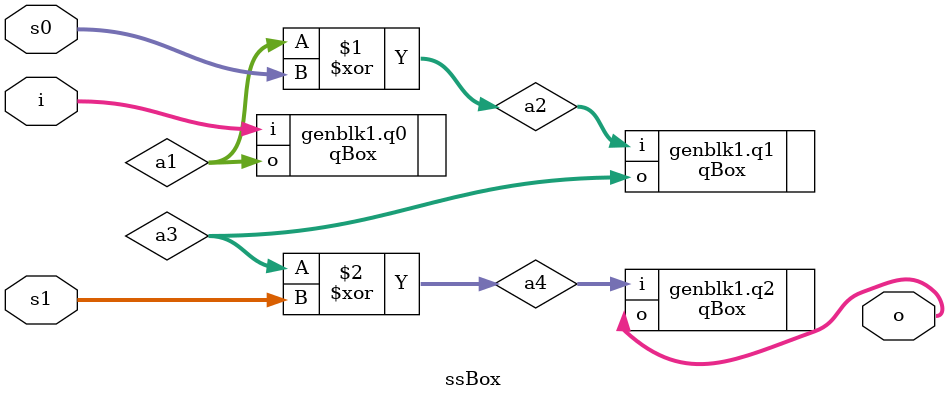
<source format=sv>
module sBox
(
    input logic [31:0] i, s0, s1,
    output logic [31:0] o
);

    ssBox #(.sID(0)) sb0 (.i(i[7:0]), .s0(s0[7:0]), .s1(s1[7:0]), .o(o[7:0]));
    ssBox #(.sID(1)) sb1 (.i(i[15:8]), .s0(s0[15:8]), .s1(s1[15:8]), .o(o[15:8]));
    ssBox #(.sID(2)) sb2 (.i(i[23:16]), .s0(s0[23:16]), .s1(s1[23:16]), .o(o[23:16]));
    ssBox #(.sID(3)) sb3 (.i(i[31:24]), .s0(s0[31:24]), .s1(s1[31:24]), .o(o[31:24]));

endmodule

module ssBox #(parameter sID = 0)
(
    input logic [7:0] i, s0, s1,
    output logic [7:0] o
);

    logic [7:0] a1, a2, a3, a4;

    assign a2 = a1 ^ s0;
    assign a4 = a3 ^ s1;

    generate
        if (sID == 0) begin
            qBox #(.q(0)) q0 (.i(i), .o(a1));
            qBox #(.q(0)) q1 (.i(a2), .o(a3));
            qBox #(.q(1)) q2 (.i(a4), .o(o));
        end
        else if (sID == 1) begin
            qBox #(.q(1)) q0 (.i(i), .o(a1));
            qBox #(.q(0)) q1 (.i(a2), .o(a3));
            qBox #(.q(0)) q2 (.i(a4), .o(o));
        end
        else if (sID == 2) begin
            qBox #(.q(0)) q0 (.i(i), .o(a1));
            qBox #(.q(1)) q1 (.i(a2), .o(a3));
            qBox #(.q(1)) q2 (.i(a4), .o(o));
        end
        else begin
            qBox #(.q(1)) q0 (.i(i), .o(a1));
            qBox #(.q(1)) q1 (.i(a2), .o(a3));
            qBox #(.q(0)) q2 (.i(a4), .o(o));
        end
    endgenerate

endmodule
</source>
